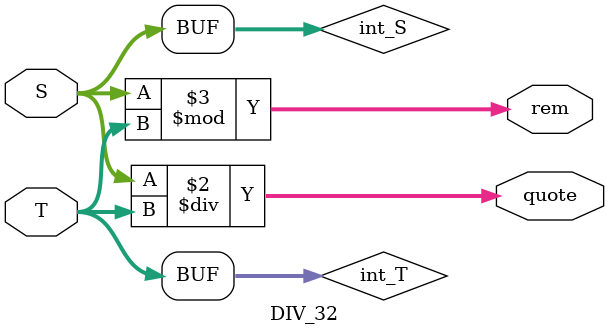
<source format=v>
`timescale 1ns / 1ps
/****************************** C E C S  4 4 0 ******************************
 * 
 * File Name:  DIV_32.v
 * Project:    Lab_Assignment_1
 * Designer:   Thomas Nguyen
 * Email:      tholinngu@gmail.com
 * Rev. No.:   Version 1.0
 * Rev. Date:  01/24/2019
 *
 * Purpose: The division module is part of the function select opcode that
 * uses two 32 bit inputs S and T and two 32 bit output. S and T are converted
 * to integer and then the quotient and remainder are calculated using S in
 * the numerator and T in the denominator. Modulus is used to find the remainder.
 * This uses signed integer.
 *          
 * Notes:
 *
 ****************************************************************************/
module DIV_32(S, T, quote, rem);

   input      [31:0] S, T;          //Inputs
   output reg [31:0] quote, rem;    //Outputs Quotient and Remainder
   
   integer           int_S, int_T;
   
   always@(S, T) begin
      int_S = S;                    //Convert to integer
      int_T = T;

      quote = int_S / int_T;        //Lower 32 bit output
      
      rem   = int_S % int_T;        //Upper 32 bit output
      
   end

endmodule

</source>
